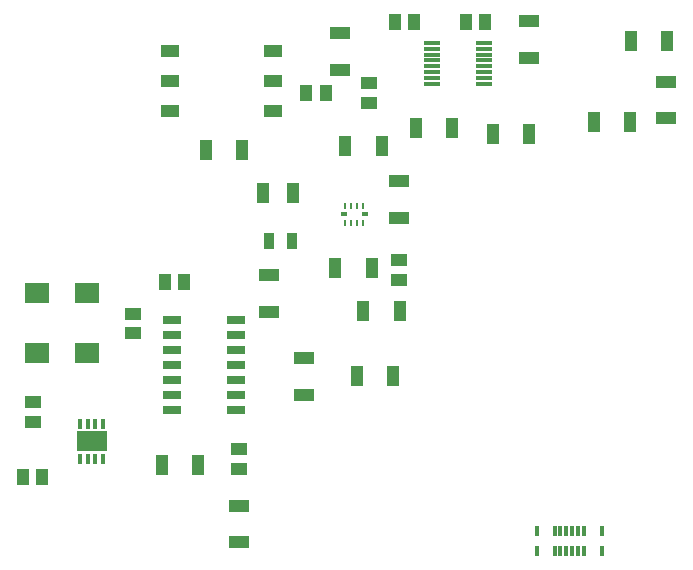
<source format=gtp>
G04 #@! TF.GenerationSoftware,KiCad,Pcbnew,8.0.2*
G04 #@! TF.CreationDate,2024-09-30T17:16:08+02:00*
G04 #@! TF.ProjectId,AMS Dongle,414d5320-446f-46e6-976c-652e6b696361,rev?*
G04 #@! TF.SameCoordinates,Original*
G04 #@! TF.FileFunction,Paste,Top*
G04 #@! TF.FilePolarity,Positive*
%FSLAX46Y46*%
G04 Gerber Fmt 4.6, Leading zero omitted, Abs format (unit mm)*
G04 Created by KiCad (PCBNEW 8.0.2) date 2024-09-30 17:16:08*
%MOMM*%
%LPD*%
G01*
G04 APERTURE LIST*
%ADD10R,0.950000X1.450000*%
%ADD11R,1.470000X1.070000*%
%ADD12R,1.050000X1.800000*%
%ADD13R,1.800000X1.050000*%
%ADD14R,1.070000X1.470000*%
%ADD15R,1.425000X0.300000*%
%ADD16R,2.000000X1.800000*%
%ADD17R,1.525000X0.650000*%
%ADD18R,0.300000X0.870000*%
%ADD19R,0.250000X0.620000*%
%ADD20R,0.620000X0.300000*%
%ADD21R,1.550000X1.050000*%
%ADD22R,0.350000X0.850000*%
%ADD23R,2.500000X1.700000*%
G04 APERTURE END LIST*
D10*
X124975000Y-70500000D03*
X123025000Y-70500000D03*
D11*
X120500000Y-89820000D03*
X120500000Y-88180000D03*
X131500000Y-58820000D03*
X131500000Y-57180000D03*
D12*
X153600000Y-60500000D03*
X150500000Y-60500000D03*
D13*
X129000000Y-56050000D03*
X129000000Y-52950000D03*
X123000000Y-76550000D03*
X123000000Y-73450000D03*
D12*
X117650000Y-62800000D03*
X120750000Y-62800000D03*
X129450000Y-62500000D03*
X132550000Y-62500000D03*
D13*
X120500000Y-92950000D03*
X120500000Y-96050000D03*
D14*
X103820000Y-90500000D03*
X102180000Y-90500000D03*
X139680000Y-52000000D03*
X141320000Y-52000000D03*
D12*
X130450000Y-82000000D03*
X133550000Y-82000000D03*
D15*
X141212000Y-57250000D03*
X141212000Y-56750000D03*
X141212000Y-56250000D03*
X141212000Y-55750000D03*
X141212000Y-55250000D03*
X141212000Y-54750000D03*
X141212000Y-54250000D03*
X141212000Y-53750000D03*
X136788000Y-53750000D03*
X136788000Y-54250000D03*
X136788000Y-54750000D03*
X136788000Y-55250000D03*
X136788000Y-55750000D03*
X136788000Y-56250000D03*
X136788000Y-56750000D03*
X136788000Y-57250000D03*
D14*
X126180000Y-58000000D03*
X127820000Y-58000000D03*
D11*
X111500000Y-78320000D03*
X111500000Y-76680000D03*
D16*
X103400000Y-74960000D03*
X103400000Y-80040000D03*
X107600000Y-80040000D03*
X107600000Y-74960000D03*
D12*
X156750000Y-53600000D03*
X153650000Y-53600000D03*
D17*
X114788000Y-77190000D03*
X114788000Y-78460000D03*
X114788000Y-79730000D03*
X114788000Y-81000000D03*
X114788000Y-82270000D03*
X114788000Y-83540000D03*
X114788000Y-84810000D03*
X120212000Y-84810000D03*
X120212000Y-83540000D03*
X120212000Y-82270000D03*
X120212000Y-81000000D03*
X120212000Y-79730000D03*
X120212000Y-78460000D03*
X120212000Y-77190000D03*
D12*
X141950000Y-61500000D03*
X145050000Y-61500000D03*
D13*
X134000000Y-68550000D03*
X134000000Y-65450000D03*
D14*
X133680000Y-52000000D03*
X135320000Y-52000000D03*
D18*
X145700000Y-95075000D03*
X147200000Y-95075000D03*
X147700000Y-95075000D03*
X148200000Y-95075000D03*
X148700000Y-95075000D03*
X149200000Y-95075000D03*
X149700000Y-95075000D03*
X151200000Y-95075000D03*
X151200000Y-96805000D03*
X149700000Y-96805000D03*
X149200000Y-96805000D03*
X148700000Y-96805000D03*
X148200000Y-96805000D03*
X147700000Y-96805000D03*
X147200000Y-96805000D03*
X145700000Y-96805000D03*
D12*
X131750000Y-72800000D03*
X128650000Y-72800000D03*
D13*
X126000000Y-80450000D03*
X126000000Y-83550000D03*
D12*
X135450000Y-61000000D03*
X138550000Y-61000000D03*
D19*
X131000000Y-67600000D03*
X130500000Y-67600000D03*
X130000000Y-67600000D03*
X129500000Y-67600000D03*
D20*
X129385000Y-68290000D03*
D19*
X129500000Y-68980000D03*
X130000000Y-68980000D03*
X130500000Y-68980000D03*
X131000000Y-68980000D03*
D20*
X131115000Y-68290000D03*
D14*
X114180000Y-74000000D03*
X115820000Y-74000000D03*
D13*
X156600000Y-57050000D03*
X156600000Y-60150000D03*
D12*
X117050000Y-89500000D03*
X113950000Y-89500000D03*
X134100000Y-76500000D03*
X131000000Y-76500000D03*
D11*
X134000000Y-73820000D03*
X134000000Y-72180000D03*
D13*
X145000000Y-51950000D03*
X145000000Y-55050000D03*
D21*
X114675000Y-54460000D03*
X114675000Y-57000000D03*
X114675000Y-59540000D03*
X123325000Y-59540000D03*
X123325000Y-57000000D03*
X123325000Y-54460000D03*
D11*
X103000000Y-85820000D03*
X103000000Y-84180000D03*
D12*
X122500000Y-66500000D03*
X125050000Y-66500000D03*
D22*
X108975000Y-86050000D03*
X108325000Y-86050000D03*
X107675000Y-86050000D03*
X107025000Y-86050000D03*
X107025000Y-88950000D03*
X107675000Y-88950000D03*
X108325000Y-88950000D03*
X108975000Y-88950000D03*
D23*
X108000000Y-87500000D03*
M02*

</source>
